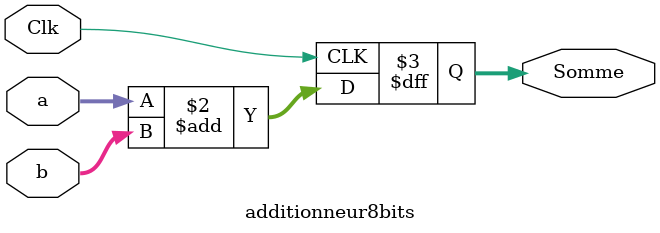
<source format=v>
module additionneur8bits(a, b, Somme,Clk);

input	Clk;

input[7:0] a,b;

output[8:0] Somme;
reg[8:0] Somme;

always @(negedge(Clk))
begin
	Somme <= a + b;
end


endmodule


 
</source>
